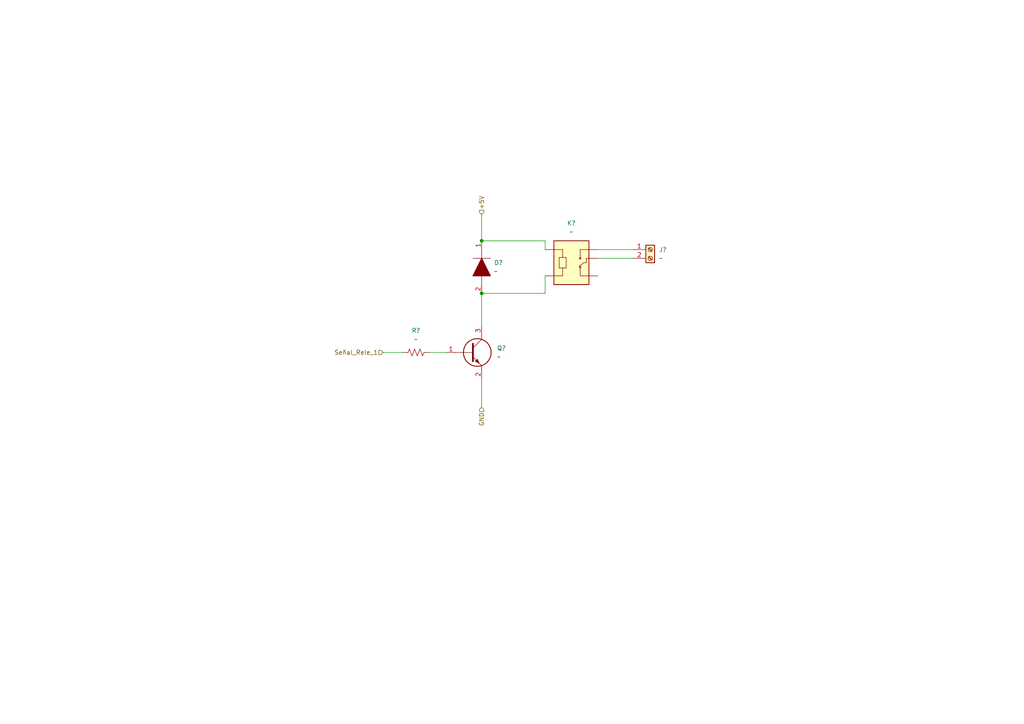
<source format=kicad_sch>
(kicad_sch (version 20211123) (generator eeschema)
  (paper "A4")
  (lib_symbols
    (symbol "Connector:Screw_Terminal_01x02" (pin_names (offset 1.016) hide)
      (property "Reference" "J" (at 0 2.54 0))
      (property "Value" "Screw_Terminal_01x02" (at 0 -5.08 0))
      (symbol "Screw_Terminal_01x02_1_1"
        (rectangle (start -1.27 1.27) (end 1.27 -3.81) (stroke (width 0.254)) (fill (type background)))
        (circle (center 0 -2.54) (radius 0.635) (stroke (width 0.1524)))
        (polyline (pts (xy -0.5334 -2.2098) (xy 0.3302 -3.048)) (stroke (width 0.1524)))
        (polyline (pts (xy -0.5334 0.3302) (xy 0.3302 -0.508)) (stroke (width 0.1524)))
        (polyline (pts (xy -0.3556 -2.032) (xy 0.508 -2.8702)) (stroke (width 0.1524)))
        (polyline (pts (xy -0.3556 0.508) (xy 0.508 -0.3302)) (stroke (width 0.1524)))
        (circle (center 0 0) (radius 0.635) (stroke (width 0.1524)))
        (pin passive line (at -5.08 0 0) (length 3.81) (name "Pin_1") (number "1"))
        (pin passive line (at -5.08 -2.54 0) (length 3.81) (name "Pin_2") (number "2"))
      )
    )
    (symbol "Device:R_US" (pin_numbers hide) (pin_names (offset 0))
      (property "Reference" "R" (at 2.54 0 90))
      (property "Value" "R_US" (at -2.54 0 90))
      (symbol "R_US_0_1"
        (polyline (pts (xy 0 -2.286) (xy 0 -2.54)))
        (polyline (pts (xy 0 2.286) (xy 0 2.54)))
        (polyline (pts (xy 0 -0.762) (xy 1.016 -1.143) (xy 0 -1.524) (xy -1.016 -1.905) (xy 0 -2.286)))
        (polyline (pts (xy 0 0.762) (xy 1.016 0.381) (xy 0 0) (xy -1.016 -0.381) (xy 0 -0.762)))
        (polyline (pts (xy 0 2.286) (xy 1.016 1.905) (xy 0 1.524) (xy -1.016 1.143) (xy 0 0.762)))
      )
      (symbol "R_US_1_1"
        (pin passive line (at 0 3.81 270) (length 1.27) (name "~") (number "1"))
        (pin passive line (at 0 -3.81 90) (length 1.27) (name "~") (number "2"))
      )
    )
    (symbol "FM4003-W:FM4003-W" (pin_names (offset 0.762))
      (property "Reference" "D" (at 11.43 5.08 0))
      (property "Value" "FM4003-W" (at 11.43 2.54 0))
      (symbol "FM4003-W_0_0"
        (pin passive line (at 0 0 0) (length 2.54) (name "~") (number "1"))
        (pin passive line (at 15.24 0 180) (length 2.54) (name "~") (number "2"))
      )
      (symbol "FM4003-W_0_1"
        (polyline (pts (xy 2.54 0) (xy 5.08 0)) (stroke (width 0.1524)))
        (polyline (pts (xy 5.08 2.54) (xy 5.08 -2.54)) (stroke (width 0.1524)))
        (polyline (pts (xy 10.16 0) (xy 12.7 0)) (stroke (width 0.1524)))
        (polyline (pts (xy 5.08 0) (xy 10.16 2.54) (xy 10.16 -2.54) (xy 5.08 0)) (stroke (width 0.254)) (fill (type outline)))
      )
    )
    (symbol "PMBT3904,235:PMBT3904,235" (pin_names (offset 0.762))
      (property "Reference" "Q" (at 13.97 1.27 0))
      (property "Value" "PMBT3904,235" (at 13.97 -1.27 0))
      (symbol "PMBT3904,235_0_0"
        (pin passive line (at 0 0 0) (length 2.54) (name "~") (number "1"))
        (pin passive line (at 10.16 -7.62 90) (length 2.54) (name "~") (number "2"))
        (pin passive line (at 10.16 7.62 270) (length 2.54) (name "~") (number "3"))
      )
      (symbol "PMBT3904,235_0_1"
        (polyline (pts (xy 2.54 0) (xy 7.62 0)) (stroke (width 0.1524)))
        (polyline (pts (xy 7.62 -1.27) (xy 10.16 -3.81)) (stroke (width 0.1524)))
        (polyline (pts (xy 7.62 1.27) (xy 10.16 3.81)) (stroke (width 0.1524)))
        (polyline (pts (xy 7.62 2.54) (xy 7.62 -2.54)) (stroke (width 0.508)))
        (polyline (pts (xy 10.16 -3.81) (xy 10.16 -5.08)) (stroke (width 0.1524)))
        (polyline (pts (xy 10.16 3.81) (xy 10.16 5.08)) (stroke (width 0.1524)))
        (polyline (pts (xy 8.382 -2.54) (xy 8.89 -2.032) (xy 9.398 -3.048) (xy 8.382 -2.54)) (stroke (width 0.254)) (fill (type outline)))
        (circle (center 8.89 0) (radius 4.0132) (stroke (width 0.254)))
      )
    )
    (symbol "SRD-05VDC-SL-C:SRD-05VDC-SL-C" (pin_numbers hide) (pin_names (offset 1.016) hide)
      (property "Reference" "K" (at -5.08 5.842 0))
      (property "Value" "SRD-05VDC-SL-C" (at -5.08 -10.16 0))
      (symbol "SRD-05VDC-SL-C_0_0"
        (rectangle (start -5.08 -7.62) (end 5.08 5.08) (stroke (width 0.254)) (fill (type background)))
        (polyline (pts (xy -5.08 2.54) (xy -2.54 2.54)) (stroke (width 0.1524)))
        (polyline (pts (xy -3.556 -2.794) (xy -2.54 -2.794)) (stroke (width 0.1524)))
        (polyline (pts (xy -3.556 0.254) (xy -3.556 -2.794)) (stroke (width 0.1524)))
        (polyline (pts (xy -2.54 -5.08) (xy -5.08 -5.08)) (stroke (width 0.1524)))
        (polyline (pts (xy -2.54 -2.794) (xy -2.54 -5.08)) (stroke (width 0.1524)))
        (polyline (pts (xy -2.54 -2.794) (xy -1.524 -2.794)) (stroke (width 0.1524)))
        (polyline (pts (xy -2.54 0.254) (xy -3.556 0.254)) (stroke (width 0.1524)))
        (polyline (pts (xy -2.54 2.54) (xy -2.54 0.254)) (stroke (width 0.1524)))
        (polyline (pts (xy -1.524 -2.794) (xy -1.524 0.254)) (stroke (width 0.1524)))
        (polyline (pts (xy -1.524 0.254) (xy -2.54 0.254)) (stroke (width 0.1524)))
        (polyline (pts (xy 2.54 -5.08) (xy 5.08 -5.08)) (stroke (width 0.1524)))
        (polyline (pts (xy 2.54 -2.54) (xy 2.54 -5.08)) (stroke (width 0.1524)))
        (polyline (pts (xy 2.54 2.54) (xy 2.54 0)) (stroke (width 0.1524)))
        (polyline (pts (xy 3.556 -1.27) (xy 2.286 -2.286)) (stroke (width 0.1524)))
        (polyline (pts (xy 3.556 -1.27) (xy 4.318 -1.27)) (stroke (width 0.1524)))
        (polyline (pts (xy 4.318 -1.27) (xy 4.318 0)) (stroke (width 0.1524)))
        (polyline (pts (xy 4.318 0) (xy 5.08 0)) (stroke (width 0.1524)))
        (polyline (pts (xy 5.08 2.54) (xy 2.54 2.54)) (stroke (width 0.1524)))
        (circle (center 2.54 -2.54) (radius 0.254) (stroke (width 0.1524)))
        (circle (center 2.54 0) (radius 0.254) (stroke (width 0.1524)))
        (pin passive line (at -7.62 2.54 0) (length 2.54) (name "~") (number "A1"))
        (pin passive line (at -7.62 -5.08 0) (length 2.54) (name "~") (number "A2"))
        (pin passive line (at 7.62 0 180) (length 2.54) (name "~") (number "COM"))
        (pin passive line (at 7.62 -5.08 180) (length 2.54) (name "~") (number "NC"))
        (pin passive line (at 7.62 2.54 180) (length 2.54) (name "~") (number "NO"))
      )
    )
  )
  (junction (at 139.7 85.09))
  (junction (at 139.7 69.85))
  (wire (pts (xy 139.7 85.09) (xy 139.7 94.615)))
  (wire (pts (xy 139.7 85.09) (xy 158.115 85.09)))
  (wire (pts (xy 139.7 69.85) (xy 158.115 69.85)))
  (wire (pts (xy 124.46 102.235) (xy 129.54 102.235)))
  (wire (pts (xy 111.125 102.235) (xy 116.84 102.235)))
  (wire (pts (xy 158.115 85.09) (xy 158.115 80.01)))
  (wire (pts (xy 158.115 69.85) (xy 158.115 72.39)))
  (wire (pts (xy 139.7 62.23) (xy 139.7 69.85)))
  (wire (pts (xy 139.7 109.855) (xy 139.7 118.11)))
  (wire (pts (xy 173.355 72.39) (xy 183.515 72.39)))
  (wire (pts (xy 173.355 74.93) (xy 183.515 74.93)))
  (hierarchical_label "Señal_Rele_1" (shape input) (at 111.125 102.235 180))
  (hierarchical_label "GND" (shape input) (at 139.7 118.11 270))
  (hierarchical_label "+5V" (shape input) (at 139.7 62.23 90))
  (symbol (lib_id "FM4003-W:FM4003-W") (at 139.7 69.85 270) (unit 1)
    (property "Reference" "D?" (at 143.2814 76.1999 90) (effects (justify left)))
    (property "Value" "~" (at 143.2814 78.7399 90) (effects (justify left)))
    (property "Datasheet" "https://componentsearchengine.com/Datasheets/1/FM4003-W.pdf" (effects hide))
    (property "Description" "Rectifiers 1A 200V GP" (effects hide))
    (property "Height" "2.31" (effects hide))
    (property "Manufacturer_Name" "Rectron" (effects hide))
    (property "Manufacturer_Part_Number" "FM4003-W" (effects hide))
    (property "Mouser Part Number" "583-FM4003-W" (effects hide))
    (property "Mouser Price/Stock" "https://www.mouser.co.uk/ProductDetail/Rectron/FM4003-W/?qs=5h8Q3Z7TNRlJu6QU92Ho0w%3D%3D" (effects hide))
    (property "Arrow Part Number" "FM4003-W" (effects hide))
    (property "Arrow Price/Stock" "https://www.arrow.com/en/products/fm4003-w/rectron" (effects hide))
  )
  (symbol (lib_id "SRD-05VDC-SL-C:SRD-05VDC-SL-C") (at 165.735 74.93 0) (unit 1)
    (property "Reference" "K?" (at 165.735 64.7192 0))
    (property "Value" "~" (at 165.735 67.2592 0))
    (property "MANUFACTURER" "SONGLE RELAY" (effects hide))
    (property "STANDARD" "IPC-7251" (effects hide))
  )
  (symbol (lib_id "Connector:Screw_Terminal_01x02") (at 188.595 72.39 0) (unit 1)
    (property "Reference" "J?" (at 191.135 72.3899 0) (effects (justify left)))
    (property "Value" "~" (at 191.135 74.9299 0) (effects (justify left)))
  )
  (symbol (lib_id "PMBT3904,235:PMBT3904,235") (at 129.54 102.235 0) (unit 1)
    (property "Reference" "Q?" (at 144.145 100.9649 0) (effects (justify left)))
    (property "Value" "~" (at 144.145 103.5049 0) (effects (justify left)))
    (property "Datasheet" "https://assets.nexperia.com/documents/data-sheet/PMBT3904.pdf" (effects hide))
    (property "Description" "PMBT3904 - NPN switching transistor" (effects hide))
    (property "Height" "1.1" (effects hide))
    (property "Manufacturer_Name" "Nexperia" (effects hide))
    (property "Manufacturer_Part_Number" "PMBT3904,235" (effects hide))
    (property "Mouser Part Number" "771-PMBT3904235" (effects hide))
    (property "Mouser Price/Stock" "https://www.mouser.co.uk/ProductDetail/Nexperia/PMBT3904235?qs=LOCUfHb8d9uziIfl4fmvZg%3D%3D" (effects hide))
    (property "Arrow Part Number" "PMBT3904,235" (effects hide))
    (property "Arrow Price/Stock" "https://www.arrow.com/en/products/pmbt3904235/nexperia?region=nac" (effects hide))
  )
  (symbol (lib_id "Device:R_US") (at 120.65 102.235 90) (unit 1)
    (property "Reference" "R?" (at 120.65 95.885 90))
    (property "Value" "~" (at 120.65 98.425 90))
  )
)
</source>
